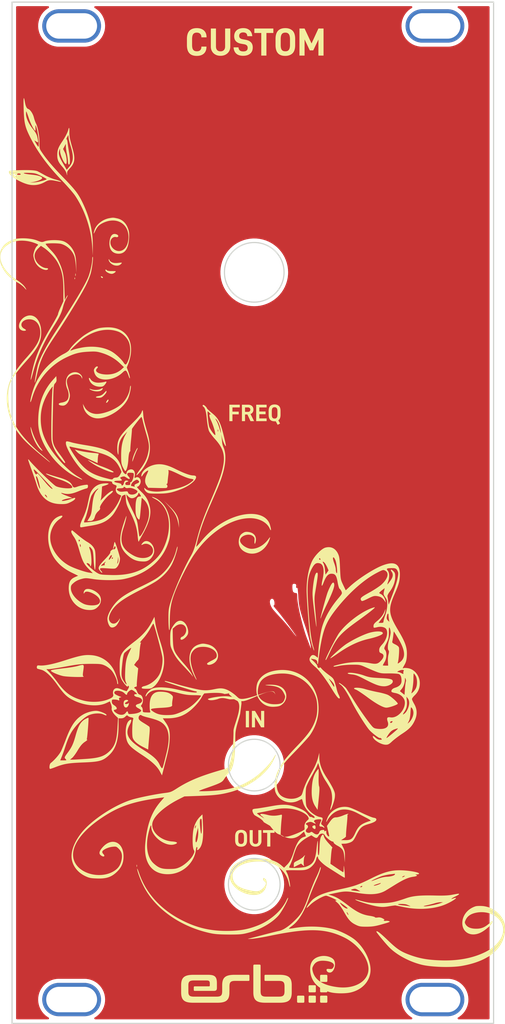
<source format=kicad_pcb>
(kicad_pcb (version 20211014) (generator pcbnew)
  (layers (0 "F.Cu" signal) (31 "B.Cu" signal) (36 "B.SilkS" user "B.Silkscreen") (37 "F.SilkS" user "F.Silkscreen") (38 "B.Mask" user) (39 "F.Mask" user) (44 "Edge.Cuts" user))
  (net 0 "")
  (footprint "Local:Custom.panel" (layer "F.Cu") (at 0 0)
    (fp_text reference "" (at 0 0) (layer "F.SilkS") (effects (font (size 1.27 1.27))))
    (fp_text value "" (at 0 0) (layer "F.SilkS") (effects (font (size 1.27 1.27))))
    (zone (net 0) (net_name "") (layers F&B.Cu) (connect_pads (clearance 0)) (min_thickness 0.254)
      (keepout (tracks not_allowed) (vias not_allowed) (pads not_allowed) (copperpour not_allowed) (footprints not_allowed))
      (fill (thermal_gap 0.508) (thermal_bridge_width 0.508))
      (polygon (pts (xy 32.498275 75.240885) (xy 32.490507 75.255724) (xy 32.483405 75.271128) (xy 32.476963 75.287081) (xy 32.471177 75.303569) (xy 32.466041 75.320577) (xy 32.46155 75.338092) (xy 32.457697 75.356098) (xy 32.454479 75.374581) (xy 32.451889 75.393527) (xy 32.449922 75.41292) (xy 32.448573 75.432746) (xy 32.447837 75.452991) (xy 32.447707 75.473641) (xy 32.44818 75.494679) (xy 32.449248 75.516093) (xy 32.450908 75.537868) (xy 32.453153 75.559988) (xy 32.455979 75.58244) (xy 32.45938 75.605209) (xy 32.46335 75.62828) (xy 32.467884 75.651638) (xy 32.472977 75.67527) (xy 32.478624 75.69916) (xy 32.484819 75.723295) (xy 32.491557 75.747659) (xy 32.498832 75.772238) (xy 32.506639 75.797017) (xy 32.514973 75.821983) (xy 32.523828 75.847119) (xy 32.5332 75.872413) (xy 32.543082 75.897848) (xy 32.553469 75.923412) (xy 32.564356 75.949088) (xy 32.575738 75.974863) (xy 32.587609 76.000722) (xy 32.599964 76.02665) (xy 32.612797 76.052634) (xy 32.626103 76.078657) (xy 32.639878 76.104707) (xy 32.654114 76.130767) (xy 32.668808 76.156825) (xy 32.683954 76.182864) (xy 32.699545 76.208871) (xy 32.715578 76.234831) (xy 32.732046 76.26073) (xy 32.748945 76.286553) (xy 32.766269 76.312285) (xy 32.784012 76.337911) (xy 32.802169 76.363418) (xy 32.820736 76.388791) (xy 32.828427 76.398351) (xy 32.836668 76.408492) (xy 32.845447 76.4192) (xy 32.854755 76.430465) (xy 32.86458 76.442273) (xy 32.874911 76.454612) (xy 32.885738 76.467471) (xy 32.897049 76.480837) (xy 32.908835 76.494698) (xy 32.921083 76.509043) (xy 32.933784 76.523857) (xy 32.946926 76.539131) (xy 32.960499 76.55485) (xy 32.974492 76.571004) (xy 32.988895 76.58758) (xy 33.003695 76.604566) (xy 33.018883 76.62195) (xy 33.034448 76.639719) (xy 33.050378 76.657862) (xy 33.066664 76.676366) (xy 33.083293 76.695219) (xy 33.100257 76.714409) (xy 33.117543 76.733924) (xy 33.135141 76.753751) (xy 33.153039 76.773879) (xy 33.171228 76.794295) (xy 33.189697 76.814988) (xy 33.208434 76.835944) (xy 33.227429 76.857152) (xy 33.246671 76.8786) (xy 33.266149 76.900275) (xy 33.285853 76.922165) (xy 33.305771 76.944259) (xy 33.325893 76.966544) (xy 33.346208 76.989007) (xy 33.366705 77.011637) (xy 33.387374 77.034422) (xy 33.408203 77.057349) (xy 33.429182 77.080406) (xy 33.4503 77.103581) (xy 33.471545 77.126862) (xy 33.492909 77.150237) (xy 33.514379 77.173693) (xy 33.535944 77.197219) (xy 33.557595 77.220802) (xy 33.579319 77.24443) (xy 33.601107 77.26809) (xy 33.622948 77.291772) (xy 33.64483 77.315462) (xy 33.666743 77.339148) (xy 33.688676 77.362819) (xy 33.710618 77.386462) (xy 33.732559 77.410065) (xy 33.754488 77.433615) (xy 33.776393 77.457101) (xy 33.798264 77.48051) (xy 33.820091 77.503831) (xy 33.841862 77.527051) (xy 33.85838 77.544308) (xy 33.875072 77.56182) (xy 33.891931 77.579579) (xy 33.908952 77.597579) (xy 33.926127 77.615812) (xy 33.943452 77.63427) (xy 33.960919 77.652947) (xy 33.978523 77.671835) (xy 33.996257 77.690928) (xy 34.014115 77.710216) (xy 34.032092 77.729695) (xy 34.05018 77.749355) (xy 34.068373 77.76919) (xy 34.086666 77.789193) (xy 34.105052 77.809356) (xy 34.123526 77.829671) (xy 34.14208 77.850133) (xy 34.160708 77.870733) (xy 34.179405 77.891464) (xy 34.198164 77.912319) (xy 34.216979 77.93329) (xy 34.235844 77.954371) (xy 34.254753 77.975554) (xy 34.273699 77.996831) (xy 34.292676 78.018196) (xy 34.311679 78.039641) (xy 34.3307 78.061159) (xy 34.349734 78.082743) (xy 34.368774 78.104385) (xy 34.387815 78.126078) (xy 34.406849 78.147814) (xy 34.425872 78.169587) (xy 34.444876 78.19139) (xy 34.463856 78.213214) (xy 34.482805 78.235053) (xy 34.501717 78.256899) (xy 34.520586 78.278745) (xy 34.539406 78.300584) (xy 34.55817 78.322409) (xy 34.576873 78.344212) (xy 34.595508 78.365986) (xy 34.614069 78.387723) (xy 34.632549 78.409417) (xy 34.650943 78.43106) (xy 34.669245 78.452645) (xy 34.687447 78.474164) (xy 34.705545 78.49561) (xy 34.723531 78.516977) (xy 34.7414 78.538256) (xy 34.759145 78.559441) (xy 34.776761 78.580524) (xy 34.79424 78.601498) (xy 34.811578 78.622355) (xy 34.828767 78.643088) (xy 34.845801 78.663691) (xy 34.862675 78.684155) (xy 34.879381 78.704474) (xy 34.895915 78.72464) (xy 34.912269 78.744646) (xy 34.928437 78.764485) (xy 34.944414 78.784149) (xy 34.960193 78.80363) (xy 34.975768 78.822923) (xy 34.991132 78.842019) (xy 35.00628 78.860912) (xy 35.021206 78.879593) (xy 35.035902 78.898056) (xy 35.050363 78.916293) (xy 35.064583 78.934298) (xy 35.078555 78.952062) (xy 35.092274 78.969579) (xy 35.105733 78.986841) (xy 35.118926 79.003841) (xy 35.131846 79.020572) (xy 35.144489 79.037026) (xy 35.156846 79.053196) (xy 35.168913 79.069075) (xy 35.194284 79.102303) (xy 35.219432 79.135151) (xy 35.244332 79.167589) (xy 35.268959 79.199587) (xy 35.29329 79.231115) (xy 35.3173 79.262143) (xy 35.340965 79.292642) (xy 35.36426 79.322582) (xy 35.387161 79.351932) (xy 35.409645 79.380663) (xy 35.431685 79.408745) (xy 35.453259 79.436148) (xy 35.474342 79.462843) (xy 35.494909 79.488799) (xy 35.514936 79.513986) (xy 35.534399 79.538375) (xy 35.553274 79.561936) (xy 35.571536 79.584638) (xy 35.589161 79.606453) (xy 35.606124 79.62735) (xy 35.622402 79.647299) (xy 35.637969 79.66627) (xy 35.652803 79.684234) (xy 35.666877 79.701161) (xy 35.680169 79.71702) (xy 35.692653 79.731782) (xy 35.704305 79.745418) (xy 35.715102 79.757896) (xy 35.725018 79.769188) (xy 35.734029 79.779263) (xy 35.742112 79.788092) (xy 35.749241 79.795644) (xy 35.755393 79.801891) (xy 35.760543 79.806801) (xy 35.764666 79.810345) (xy 35.767739 79.812494) (xy 35.769737 79.813216) (xy 35.771175 79.812917) (xy 35.772152 79.812022) (xy 35.772675 79.810538) (xy 35.772746 79.808473) (xy 35.772373 79.805831) (xy 35.771558 79.802621) (xy 35.770307 79.798847) (xy 35.768625 79.794517) (xy 35.766516 79.789638) (xy 35.763985 79.784215) (xy 35.761037 79.778255) (xy 35.757677 79.771765) (xy 35.75391 79.76475) (xy 35.749739 79.757219) (xy 35.745171 79.749176) (xy 35.74021 79.740628) (xy 35.73486 79.731583) (xy 35.729126 79.722046) (xy 35.723013 79.712024) (xy 35.716527 79.701523) (xy 35.709671 79.69055) (xy 35.70245 79.679111) (xy 35.694869 79.667213) (xy 35.686934 79.654862) (xy 35.678648 79.642064) (xy 35.670016 79.628827) (xy 35.661044 79.615156) (xy 35.651736 79.601059) (xy 35.642097 79.586541) (xy 35.632131 79.571609) (xy 35.621843 79.556269) (xy 35.611239 79.540529) (xy 35.600322 79.524394) (xy 35.589098 79.50787) (xy 35.577572 79.490965) (xy 35.565747 79.473685) (xy 35.55363 79.456036) (xy 35.541224 79.438025) (xy 35.528534 79.419658) (xy 35.515566 79.400942) (xy 35.502324 79.381883) (xy 35.488813 79.362487) (xy 35.475037 79.342762) (xy 35.461001 79.322713) (xy 35.446711 79.302347) (xy 35.43217 79.281671) (xy 35.417384 79.260691) (xy 35.402358 79.239413) (xy 35.387095 79.217844) (xy 35.371602 79.195991) (xy 35.355882 79.173859) (xy 35.339941 79.151455) (xy 35.323782 79.128787) (xy 35.307412 79.105859) (xy 35.290835 79.08268) (xy 35.274055 79.059254) (xy 35.257078 79.035589) (xy 35.239907 79.011692) (xy 35.222548 78.987568) (xy 35.205006 78.963223) (xy 35.187286 78.938666) (xy 35.169391 78.913901) (xy 35.151328 78.888936) (xy 35.1331 78.863777) (xy 35.114712 78.838431) (xy 35.09617 78.812903) (xy 35.077478 78.7872) (xy 35.05864 78.761329) (xy 35.039663 78.735297) (xy 35.020549 78.709109) (xy 35.001304 78.682773) (xy 34.981934 78.656294) (xy 34.962441 78.62968) (xy 34.942833 78.602936) (xy 34.923112 78.576069) (xy 34.903284 78.549085) (xy 34.883354 78.521992) (xy 34.863327 78.494795) (xy 34.843206 78.467502) (xy 34.822998 78.440117) (xy 34.802706 78.412649) (xy 34.782336 78.385103) (xy 34.761892 78.357485) (xy 34.74138 78.329803) (xy 34.720803 78.302063) (xy 34.700166 78.274271) (xy 34.679475 78.246434) (xy 34.658735 78.218558) (xy 34.637949 78.19065) (xy 34.617123 78.162715) (xy 34.596261 78.134762) (xy 34.575368 78.106795) (xy 34.55445 78.078822) (xy 34.53351 78.050849) (xy 34.512553 78.022882) (xy 34.491585 77.994929) (xy 34.47061 77.966994) (xy 34.449633 77.939086) (xy 34.428659 77.91121) (xy 34.407691 77.883373) (xy 34.386736 77.855581) (xy 34.365798 77.827841) (xy 34.344882 77.800159) (xy 34.323991 77.772541) (xy 34.303133 77.744995) (xy 34.28231 77.717527) (xy 34.261528 77.690142) (xy 34.240791 77.662848) (xy 34.220105 77.635651) (xy 34.199473 77.608558) (xy 34.178902 77.581575) (xy 34.158395 77.554708) (xy 34.137957 77.527964) (xy 34.117594 77.501349) (xy 34.097309 77.47487) (xy 34.077109 77.448534) (xy 34.056996 77.422346) (xy 34.036977 77.396313) (xy 34.017056 77.370443) (xy 33.997237 77.34474) (xy 33.977526 77.319212) (xy 33.957927 77.293865) (xy 33.938446 77.268706) (xy 33.919086 77.243741) (xy 33.899853 77.218976) (xy 33.880751 77.194418) (xy 33.861785 77.170074) (xy 33.84296 77.14595) (xy 33.824281 77.122052) (xy 33.805752 77.098387) (xy 33.787378 77.074962) (xy 33.769164 77.051782) (xy 33.751115 77.028854) (xy 33.733236 77.006185) (xy 33.715531 76.983782) (xy 33.698005 76.96165) (xy 33.680662 76.939796) (xy 33.663509 76.918227) (xy 33.646548 76.896949) (xy 33.629786 76.875969) (xy 33.613226 76.855292) (xy 33.596875 76.834926) (xy 33.580735 76.814877) (xy 33.564813 76.795152) (xy 33.549113 76.775756) (xy 33.53364 76.756697) (xy 33.518398 76.73798) (xy 33.503392 76.719613) (xy 33.488627 76.701602) (xy 33.474108 76.683953) (xy 33.45984 76.666672) (xy 33.445827 76.649767) (xy 33.432074 76.633243) (xy 33.418586 76.617108) (xy 33.405368 76.601367) (xy 33.392424 76.586027) (xy 33.379759 76.571095) (xy 33.367379 76.556577) (xy 33.355287 76.542479) (xy 33.343488 76.528808) (xy 33.331988 76.515571) (xy 33.300702 76.479444) (xy 33.270186 76.444002) (xy 33.240439 76.409244) (xy 33.21146 76.375166) (xy 33.183248 76.34177) (xy 33.155804 76.309053) (xy 33.129126 76.277014) (xy 33.103213 76.245652) (xy 33.078067 76.214966) (xy 33.053685 76.184954) (xy 33.030067 76.155615) (xy 33.007213 76.126949) (xy 32.985122 76.098953) (xy 32.963793 76.071627) (xy 32.943227 76.044969) (xy 32.923422 76.018979) (xy 32.904377 75.993654) (xy 32.886093 75.968994) (xy 32.868569 75.944998) (xy 32.851804 75.921663) (xy 32.835797 75.89899) (xy 32.820549 75.876977) (xy 32.806058 75.855622) (xy 32.792323 75.834924) (xy 32.779345 75.814883) (xy 32.767123 75.795496) (xy 32.755656 75.776764) (xy 32.744944 75.758683) (xy 32.734985 75.741254) (xy 32.72578 75.724475) (xy 32.717329 75.708345) (xy 32.709629 75.692862) (xy 32.702681 75.678025) (xy 32.696485 75.663834) (xy 32.691039 75.650287) (xy 32.686343 75.637382) (xy 32.682397 75.625118) (xy 32.679199 75.613495) (xy 32.67675 75.602511) (xy 32.675049 75.592165) (xy 32.674096 75.582455) (xy 32.673889 75.57338) (xy 32.674428 75.56494) (xy 32.675712 75.557132) (xy 32.677742 75.549956) (xy 32.680516 75.543411) (xy 32.684034 75.537494) (xy 32.688295 75.532206) (xy 32.693299 75.527544) (xy 32.699046 75.523508) (xy 32.705534 75.520096) (xy 32.712763 75.517308) (xy 32.720732 75.515141) (xy 32.729441 75.513594) (xy 32.73889 75.512668) (xy 32.749078 75.512359) (xy 32.762289 75.514526) (xy 32.776935 75.520811) (xy 32.792742 75.530893) (xy 32.809438 75.544446) (xy 32.826749 75.561149) (xy 32.844402 75.580679) (xy 32.862122 75.602712) (xy 32.879638 75.626926) (xy 32.896676 75.652997) (xy 32.912962 75.680602) (xy 32.928223 75.709418) (xy 32.942423 75.740429) (xy 32.955216 75.767744) (xy 32.966674 75.791316) (xy 32.976868 75.811098) (xy 32.985871 75.827044) (xy 32.993756 75.839107) (xy 33.000595 75.84724) (xy 33.006459 75.851396) (xy 33.011422 75.851529) (xy 33.015555 75.847591) (xy 33.018932 75.839536) (xy 33.021623 75.827317) (xy 33.023702 75.810888) (xy 33.025241 75.790201) (xy 33.026312 75.76521) (xy 33.026988 75.735868) (xy 33.02734 75.702128) (xy 33.027441 75.663943) (xy 33.027991 75.634654) (xy 33.027781 75.605921) (xy 33.026833 75.577761) (xy 33.025168 75.550189) (xy 33.022805 75.523221) (xy 33.019767 75.496871) (xy 33.016074 75.471155) (xy 33.011746 75.446089) (xy 33.006805 75.421688) (xy 33.001272 75.397968) (xy 32.995166 75.374944) (xy 32.98851 75.352631) (xy 32.981324 75.331045) (xy 32.973628 75.310201) (xy 32.965444 75.290116) (xy 32.956793 75.270803) (xy 32.947694 75.252279) (xy 32.93817 75.234559) (xy 32.92824 75.217658) (xy 32.917926 75.201593) (xy 32.907249 75.186377) (xy 32.896229 75.172028) (xy 32.884887 75.15856) (xy 32.873244 75.145989) (xy 32.861321 75.134329) (xy 32.849139 75.123598) (xy 32.836718 75.113809) (xy 32.824079 75.104979) (xy 32.811243 75.097123) (xy 32.798232 75.090256) (xy 32.785065 75.084394) (xy 32.771764 75.079552) (xy 32.758349 75.075745) (xy 32.744841 75.07299) (xy 32.731262 75.071302) (xy 32.717631 75.070695) (xy 32.70397 75.071186) (xy 32.6903 75.072789) (xy 32.676641 75.075521) (xy 32.663015 75.079397) (xy 32.649441 75.084432) (xy 32.635941 75.090641) (xy 32.622536 75.098041) (xy 32.609246 75.106646) (xy 32.596093 75.116472) (xy 32.583097 75.127534) (xy 32.570279 75.139848) (xy 32.55766 75.153429) (xy 32.54526 75.168293) (xy 32.533101 75.184456) (xy 32.521203 75.201931) (xy 32.509588 75.220736)))
    )
    (zone (net 0) (net_name "") (layers F&B.Cu) (connect_pads (clearance 0)) (min_thickness 0.254)
      (keepout (tracks not_allowed) (vias not_allowed) (pads not_allowed) (copperpour not_allowed) (footprints not_allowed))
      (fill (thermal_gap 0.508) (thermal_bridge_width 0.508))
      (polygon (pts (xy 35.338411 73.233084) (xy 35.331028 73.241776) (xy 35.32414 73.25252) (xy 35.31774 73.265215) (xy 35.311824 73.279762) (xy 35.306386 73.29606) (xy 35.30142 73.314007) (xy 35.29692 73.333505) (xy 35.292882 73.354451) (xy 35.289299 73.376747) (xy 35.286166 73.40029) (xy 35.283477 73.424981) (xy 35.281228 73.45072) (xy 35.279411 73.477405) (xy 35.278022 73.504936) (xy 35.277055 73.533213) (xy 35.276505 73.562136) (xy 35.276365 73.591603) (xy 35.276631 73.621514) (xy 35.277297 73.651769) (xy 35.278357 73.682267) (xy 35.279805 73.712908) (xy 35.281636 73.743591) (xy 35.283845 73.774216) (xy 35.286426 73.804682) (xy 35.289373 73.834889) (xy 35.292681 73.864736) (xy 35.296344 73.894122) (xy 35.300357 73.922949) (xy 35.304713 73.951113) (xy 35.309408 73.978516) (xy 35.314436 74.005057) (xy 35.319791 74.030635) (xy 35.325468 74.05515) (xy 35.331461 74.078501) (xy 35.337764 74.100588) (xy 35.344373 74.12131) (xy 35.351281 74.140567) (xy 35.358482 74.158259) (xy 35.365972 74.174284) (xy 35.377775 74.192066) (xy 35.391567 74.209499) (xy 35.40717 74.226451) (xy 35.424404 74.242793) (xy 35.443091 74.258395) (xy 35.463052 74.273128) (xy 35.484108 74.286861) (xy 35.506081 74.299465) (xy 35.52879 74.310809) (xy 35.552058 74.320764) (xy 35.575706 74.329201) (xy 35.599555 74.335989) (xy 35.623426 74.340998) (xy 35.64714 74.344098) (xy 35.670519 74.345161) (xy 35.690954 74.345317) (xy 35.710066 74.345863) (xy 35.7279 74.346913) (xy 35.744503 74.348584) (xy 35.759922 74.350989) (xy 35.774203 74.354246) (xy 35.787393 74.358467) (xy 35.79954 74.36377) (xy 35.810689 74.370269) (xy 35.820887 74.37808) (xy 35.830182 74.387317) (xy 35.838619 74.398097) (xy 35.846246 74.410533) (xy 35.853109 74.424742) (xy 35.859254 74.440839) (xy 35.86473 74.458939) (xy 35.869581 74.479157) (xy 35.873856 74.501609) (xy 35.8776 74.52641) (xy 35.88086 74.553674) (xy 35.883684 74.583518) (xy 35.886117 74.616057) (xy 35.888207 74.651405) (xy 35.89 74.689678) (xy 35.891543 74.730992) (xy 35.892883 74.775461) (xy 35.894066 74.823201) (xy 35.895139 74.874327) (xy 35.895327 74.888549) (xy 35.895609 74.903036) (xy 35.895985 74.917785) (xy 35.896454 74.932796) (xy 35.897016 74.948064) (xy 35.89767 74.963589) (xy 35.898416 74.979368) (xy 35.899252 74.995398) (xy 35.90018 75.011677) (xy 35.901197 75.028204) (xy 35.902304 75.044975) (xy 35.903499 75.061988) (xy 35.904783 75.079242) (xy 35.906155 75.096733) (xy 35.907613 75.11446) (xy 35.909159 75.13242) (xy 35.910791 75.150611) (xy 35.912508 75.169031) (xy 35.91431 75.187678) (xy 35.916197 75.206548) (xy 35.918168 75.22564) (xy 35.920222 75.244952) (xy 35.922359 75.264481) (xy 35.924578 75.284226) (xy 35.926879 75.304182) (xy 35.929262 75.32435) (xy 35.931725 75.344725) (xy 35.934268 75.365307) (xy 35.936891 75.386092) (xy 35.939592 75.407078) (xy 35.942373 75.428263) (xy 35.945231 75.449645) (xy 35.948166 75.471221) (xy 35.951179 75.49299) (xy 35.954267 75.514948) (xy 35.957432 75.537095) (xy 35.960672 75.559426) (xy 35.963986 75.58194) (xy 35.967374 75.604636) (xy 35.970836 75.627509) (xy 35.974371 75.650559) (xy 35.977979 75.673783) (xy 35.981658 75.697178) (xy 35.985409 75.720743) (xy 35.989231 75.744475) (xy 35.993123 75.768371) (xy 35.997084 75.79243) (xy 36.001115 75.816649) (xy 36.005215 75.841027) (xy 36.009382 75.865559) (xy 36.013618 75.890245) (xy 36.01792 75.915083) (xy 36.022288 75.940069) (xy 36.026723 75.965201) (xy 36.031223 75.990478) (xy 36.035788 76.015896) (xy 36.040417 76.041455) (xy 36.045109 76.06715) (xy 36.049865 76.092981) (xy 36.054684 76.118945) (xy 36.059564 76.145039) (xy 36.064506 76.171261) (xy 36.06951 76.19761) (xy 36.074573 76.224081) (xy 36.079697 76.250675) (xy 36.08488 76.277387) (xy 36.090121 76.304217) (xy 36.095421 76.33116) (xy 36.100779 76.358216) (xy 36.106194 76.385383) (xy 36.111665 76.412656) (xy 36.117192 76.440035) (xy 36.122775 76.467518) (xy 36.128413 76.495101) (xy 36.134106 76.522782) (xy 36.139852 76.55056) (xy 36.145652 76.578432) (xy 36.151504 76.606396) (xy 36.157409 76.634449) (xy 36.163365 76.662589) (xy 36.169373 76.690814) (xy 36.175431 76.719122) (xy 36.181539 76.74751) (xy 36.187697 76.775976) (xy 36.193904 76.804517) (xy 36.200159 76.833133) (xy 36.206462 76.861819) (xy 36.212812 76.890574) (xy 36.219209 76.919396) (xy 36.225652 76.948282) (xy 36.232141 76.97723) (xy 36.238675 77.006238) (xy 36.245254 77.035303) (xy 36.251877 77.064423) (xy 36.258543 77.093597) (xy 36.265252 77.122821) (xy 36.272004 77.152093) (xy 36.278797 77.181411) (xy 36.285632 77.210773) (xy 36.292508 77.240177) (xy 36.299423 77.269619) (xy 36.306379 77.299099) (xy 36.313373 77.328613) (xy 36.320407 77.35816) (xy 36.327478 77.387737) (xy 36.334586 77.417341) (xy 36.341732 77.446971) (xy 36.348914 77.476624) (xy 36.356132 77.506298) (xy 36.363385 77.535991) (xy 36.370673 77.5657) (xy 36.377995 77.595423) (xy 36.385351 77.625158) (xy 36.39274 77.654903) (xy 36.400161 77.684654) (xy 36.407614 77.714411) (xy 36.415099 77.74417) (xy 36.422615 77.77393) (xy 36.430161 77.803688) (xy 36.437737 77.833441) (xy 36.445343 77.863188) (xy 36.452977 77.892927) (xy 36.460639 77.922654) (xy 36.468329 77.952368) (xy 36.476046 77.982067) (xy 36.48379 78.011747) (xy 36.491559 78.041407) (xy 36.499354 78.071045) (xy 36.507174 78.100658) (xy 36.515018 78.130245) (xy 36.522887 78.159801) (xy 36.530778 78.189327) (xy 36.538692 78.218818) (xy 36.546628 78.248273) (xy 36.554586 78.27769) (xy 36.562565 78.307066) (xy 36.570565 78.336399) (xy 36.578584 78.365687) (xy 36.586623 78.394927) (xy 36.594681 78.424118) (xy 36.602757 78.453256) (xy 36.610851 78.48234) (xy 36.618963 78.511367) (xy 36.627091 78.540335) (xy 36.635235 78.569242) (xy 36.643395 78.598085) (xy 36.651569 78.626862) (xy 36.659759 78.655572) (xy 36.667962 78.684211) (xy 36.676179 78.712777) (xy 36.684409 78.741268) (xy 36.692651 78.769682) (xy 36.700904 78.798017) (xy 36.709169 78.826269) (xy 36.717445 78.854438) (xy 36.725731 78.88252) (xy 36.734027 78.910514) (xy 36.742331 78.938416) (xy 36.750644 78.966226) (xy 36.758965 78.993939) (xy 36.767294 79.021555) (xy 36.775629 79.049071) (xy 36.783971 79.076485) (xy 36.792318 79.103794) (xy 36.800671 79.130996) (xy 36.809028 79.158089) (xy 36.817389 79.18507) (xy 36.825754 79.211937) (xy 36.834122 79.238689) (xy 36.842493 79.265322) (xy 36.850866 79.291834) (xy 36.85924 79.318224) (xy 36.867614 79.344488) (xy 36.875989 79.370625) (xy 36.884364 79.396632) (xy 36.892738 79.422507) (xy 36.901111 79.448248) (xy 36.909482 79.473852) (xy 36.917851 79.499317) (xy 36.926216 79.524641) (xy 36.934578 79.549822) (xy 36.942936 79.574856) (xy 36.951289 79.599743) (xy 36.959637 79.62448) (xy 36.96798 79.649063) (xy 36.976316 79.673492) (xy 36.984645 79.697764) (xy 36.992967 79.721877) (xy 37.001282 79.745827) (xy 37.009587 79.769614) (xy 37.017884 79.793234) (xy 37.026171 79.816686) (xy 37.034448 79.839967) (xy 37.042715 79.863075) (xy 37.05097 79.886007) (xy 37.059214 79.908761) (xy 37.067445 79.931336) (xy 37.075664 79.953728) (xy 37.083869 79.975936) (xy 37.09206 79.997957) (xy 37.100237 80.019789) (xy 37.108399 80.041429) (xy 37.116545 80.062876) (xy 37.124675 80.084126) (xy 37.132789 80.105179) (xy 37.140885 80.126031) (xy 37.154292 80.159648) (xy 37.167634 80.193209) (xy 37.180901 80.226687) (xy 37.194084 80.260056) (xy 37.207175 80.293288) (xy 37.220162 80.326359) (xy 37.233038 80.35924) (xy 37.245792 80.391906) (xy 37.258416 80.42433) (xy 37.270899 80.456486) (xy 37.283232 80.488347) (xy 37.295407 80.519887) (xy 37.307413 80.551078) (xy 37.319241 80.581896) (xy 37.330881 80.612312) (xy 37.342325 80.642301) (xy 37.353563 80.671837) (xy 37.364585 80.700891) (xy 37.375383 80.729439) (xy 37.385945 80.757454) (xy 37.396264 80.784909) (xy 37.40633 80.811777) (xy 37.416133 80.838033) (xy 37.425664 80.863649) (xy 37.434914 80.888599) (xy 37.443872 80.912857) (xy 37.452531 80.936396) (xy 37.460879 80.95919) (xy 37.468909 80.981212) (xy 37.476609 81.002436) (xy 37.483972 81.022834) (xy 37.490988 81.042382) (xy 37.497647 81.061051) (xy 37.503939 81.078817) (xy 37.509856 81.095651) (xy 37.515388 81.111528) (xy 37.520525 81.126421) (xy 37.525258 81.140304) (xy 37.529579 81.15315) (xy 37.533476 81.164933) (xy 37.536941 81.175626) (xy 37.539965 81.185202) (xy 37.542538 81.193636) (xy 37.544651 81.200901) (xy 37.551936 81.234898) (xy 37.558475 81.263643) (xy 37.564321 81.287116) (xy 37.569528 81.305294) (xy 37.57415 81.318157) (xy 37.578242 81.325683) (xy 37.581858 81.327852) (xy 37.585052 81.324643) (xy 37.587878 81.316034) (xy 37.590391 81.302004) (xy 37.592645 81.282532) (xy 37.594694 81.257597) (xy 37.596592 81.227178) (xy 37.598394 81.191255) (xy 37.598768 81.183801) (xy 37.598963 81.175841) (xy 37.59898 81.16738) (xy 37.598822 81.158424) (xy 37.59849 81.148977) (xy 37.597984 81.139045) (xy 37.597307 81.128633) (xy 37.59646 81.117746) (xy 37.595445 81.10639) (xy 37.594262 81.094569) (xy 37.592913 81.082289) (xy 37.5914 81.069555) (xy 37.589724 81.056372) (xy 37.587886 81.042746) (xy 37.585888 81.028681) (xy 37.583731 81.014183) (xy 37.581417 80.999256) (xy 37.578947 80.983908) (xy 37.576323 80.968141) (xy 37.573545 80.951962) (xy 37.570616 80.935376) (xy 37.567537 80.918388) (xy 37.564309 80.901003) (xy 37.560933 80.883226) (xy 37.557412 80.865063) (xy 37.553746 80.846519) (xy 37.549937 80.827599) (xy 37.545986 80.808308) (xy 37.541894 80.788652) (xy 37.537664 80.768635) (xy 37.533297 80.748263) (xy 37.528793 80.727541) (xy 37.524155 80.706474) (xy 37.519384 80.685068) (xy 37.514481 80.663327) (xy 37.509447 80.641257) (xy 37.504285 80.618863) (xy 37.498995 80.596151) (xy 37.493579 80.573125) (xy 37.488039 80.54979) (xy 37.482375 80.526152) (xy 37.476589 80.502217) (xy 37.470683 80.477988) (xy 37.464658 80.453472) (xy 37.458515 80.428674) (xy 37.452256 80.403598) (xy 37.445882 80.378251) (xy 37.439395 80.352636) (xy 37.432797 80.326761) (xy 37.426087 80.300628) (xy 37.419269 80.274245) (xy 37.412343 80.247616) (xy 37.405311 80.220746) (xy 37.398174 80.193641) (xy 37.390933 80.166305) (xy 37.383591 80.138744) (xy 37.376148 80.110963) (xy 37.368606 80.082967) (xy 37.360966 80.054762) (xy 37.35323 80.026352) (xy 37.3454 79.997744) (xy 37.337475 79.968941) (xy 37.329459 79.93995) (xy 37.321352 79.910775) (xy 37.313156 79.881422) (xy 37.304872 79.851896) (xy 37.296502 79.822201) (xy 37.288047 79.792345) (xy 37.279508 79.76233) (xy 37.270888 79.732163) (xy 37.262186 79.70185) (xy 37.253406 79.671394) (xy 37.244547 79.640801) (xy 37.235612 79.610077) (xy 37.226602 79.579227) (xy 37.217519 79.548256) (xy 37.208364 79.517169) (xy 37.199137 79.485971) (xy 37.189842 79.454667) (xy 37.180478 79.423263) (xy 37.171048 79.391765) (xy 37.161553 79.360176) (xy 37.151995 79.328502) (xy 37.142374 79.296749) (xy 37.132692 79.264922) (xy 37.122951 79.233026) (xy 37.113152 79.201066) (xy 37.103297 79.169047) (xy 37.093386 79.136975) (xy 37.083422 79.104854) (xy 37.073406 79.07269) (xy 37.063338 79.040489) (xy 37.053221 79.008254) (xy 37.043056 78.975993) (xy 37.032845 78.943709) (xy 37.022588 78.911408) (xy 37.012288 78.879095) (xy 37.001945 78.846775) (xy 36.991562 78.814454) (xy 36.981139 78.782137) (xy 36.970678 78.749829) (xy 36.96018 78.717534) (xy 36.949647 78.68526) (xy 36.93908 78.653009) (xy 36.928481 78.620789) (xy 36.91785 78.588603) (xy 36.90719 78.556458) (xy 36.896502 78.524357) (xy 36.885788 78.492308) (xy 36.875048 78.460314) (xy 36.864284 78.428381) (xy 36.853498 78.396515) (xy 36.84269 78.364719) (xy 36.831863 78.333001) (xy 36.821018 78.301364) (xy 36.810156 78.269814) (xy 36.797282 78.232295) (xy 36.78455 78.195117) (xy 36.77196 78.158276) (xy 36.759511 78.121767) (xy 36.747201 78.085589) (xy 36.73503 78.049735) (xy 36.722998 78.014204) (xy 36.711102 77.978992) (xy 36.699344 77.944094) (xy 36.68772 77.909507) (xy 36.676232 77.875228) (xy 36.664878 77.841252) (xy 36.653656 77.807577) (xy 36.642568 77.774198) (xy 36.63161 77.741111) (xy 36.620783 77.708314) (xy 36.610086 77.675802) (xy 36.599518 77.643572) (xy 36.589078 77.611621) (xy 36.578766 77.579943) (xy 36.568579 77.548537) (xy 36.558519 77.517397) (xy 36.548583 77.486521) (xy 36.538771 77.455905) (xy 36.529082 77.425545) (xy 36.519516 77.395438) (xy 36.510071 77.365579) (xy 36.500746 77.335966) (xy 36.491541 77.306594) (xy 36.482456 77.27746) (xy 36.473488 77.24856) (xy 36.464638 77.21989) (xy 36.455904 77.191448) (xy 36.447285 77.163228) (xy 36.438781 77.135228) (xy 36.430392 77.107444) (xy 36.422115 77.079872) (xy 36.41395 77.052509) (xy 36.405897 77.025351) (xy 36.397955 76.998394) (xy 36.390122 76.971634) (xy 36.382398 76.945068) (xy 36.374782 76.918693) (xy 36.367274 76.892504) (xy 36.359872 76.866498) (xy 36.352575 76.840671) (xy 36.345383 76.81502) (xy 36.338295 76.78954) (xy 36.33131 76.764229) (xy 36.324427 76.739083) (xy 36.317645 76.714097) (xy 36.310965 76.689269) (xy 36.304383 76.664594) (xy 36.297901 76.640069) (xy 36.291517 76.615691) (xy 36.285229 76.591455) (xy 36.279039 76.567358) (xy 36.272943 76.543397) (xy 36.266943 76.519567) (xy 36.261036 76.495865) (xy 36.255222 76.472287) (xy 36.249501 76.44883) (xy 36.24387 76.42549) (xy 36.238331 76.402263) (xy 36.232881 76.379146) (xy 36.227519 76.356135) (xy 36.222246 76.333226) (xy 36.21706 76.310416) (xy 36.21196 76.287701) (xy 36.206946 76.265077) (xy 36.202016 76.242541) (xy 36.19717 76.220088) (xy 36.192408 76.197717) (xy 36.187727 76.175422) (xy 36.183127 76.1532) (xy 36.178608 76.131047) (xy 36.174169 76.10896) (xy 36.169809 76.086935) (xy 36.165526 76.064968) (xy 36.161321 76.043057) (xy 36.157191 76.021196) (xy 36.153138 75.999382) (xy 36.149159 75.977613) (xy 36.145253 75.955883) (xy 36.141421 75.93419) (xy 36.137661 75.912529) (xy 36.133972 75.890898) (xy 36.130353 75.869292) (xy 36.126804 75.847708) (xy 36.123324 75.826142) (xy 36.119912 75.80459) (xy 36.116567 75.783049) (xy 36.113288 75.761515) (xy 36.110074 75.739985) (xy 36.106925 75.718454) (xy 36.10384 75.69692) (xy 36.100818 75.675378) (xy 36.097858 75.653824) (xy 36.094959 75.632256) (xy 36.09212 75.61067) (xy 36.089342 75.589061) (xy 36.086621 75.567426) (xy 36.083959 75.545762) (xy 36.081354 75.524064) (xy 36.078805 75.50233) (xy 36.076311 75.480555) (xy 36.073872 75.458736) (xy 36.071487 75.43687) (xy 36.069154 75.414951) (xy 36.066874 75.392978) (xy 36.064644 75.370946) (xy 36.062465 75.348851) (xy 36.060336 75.32669) (xy 36.058255 75.304459) (xy 36.056223 75.282155) (xy 36.054237 75.259774) (xy 36.052297 75.237312) (xy 36.050403 75.214765) (xy 36.048553 75.192131) (xy 36.046747 75.169404) (xy 36.044984 75.146582) (xy 36.043263 75.123661) (xy 36.041583 75.100637) (xy 36.039943 75.077507) (xy 36.038343 75.054267) (xy 36.036782 75.030913) (xy 36.035258 75.007441) (xy 36.033771 74.983849) (xy 36.032321 74.960131) (xy 36.030906 74.936286) (xy 36.029525 74.912308) (xy 36.028178 74.888194) (xy 36.026864 74.863941) (xy 36.025582 74.839545) (xy 36.024331 74.815003) (xy 36.02311 74.790309) (xy 36.021918 74.765462) (xy 36.019856 74.723696) (xy 36.017704 74.682312) (xy 36.015469 74.641343) (xy 36.013154 74.600822) (xy 36.010764 74.560782) (xy 36.008305 74.521255) (xy 36.00578 74.482274) (xy 36.003194 74.443873) (xy 36.000552 74.406084) (xy 35.997859 74.368941) (xy 35.995119 74.332475) (xy 35.992337 74.29672) (xy 35.989518 74.261708) (xy 35.986667 74.227473) (xy 35.983787 74.194048) (xy 35.980884 74.161465) (xy 35.977962 74.129757) (xy 35.975027 74.098957) (xy 35.972082 74.069097) (xy 35.969133 74.040212) (xy 35.966184 74.012333) (xy 35.96324 73.985494) (xy 35.960305 73.959727) (xy 35.957384 73.935066) (xy 35.954482 73.911542) (xy 35.951604 73.88919) (xy 35.948754 73.868041) (xy 35.945936 73.84813) (xy 35.943157 73.829487) (xy 35.940419 73.812148) (xy 35.937728 73.796143) (xy 35.935089 73.781507) (xy 35.932507 73.768272) (xy 35.929985 73.756471) (xy 35.927529 73.746137) (xy 35.925143 73.737302) (xy 35.922832 73.73) (xy 35.920601 73.724264) (xy 35.918454 73.720125) (xy 35.916396 73.717618) (xy 35.914432 73.716775) (xy 35.900893 73.718692) (xy 35.884519 73.724148) (xy 35.865843 73.732699) (xy 35.845397 73.743905) (xy 35.823715 73.757322) (xy 35.80133 73.772509) (xy 35.778775 73.789023) (xy 35.756583 73.806421) (xy 35.735286 73.824262) (xy 35.712207 73.845075) (xy 35.692534 73.861703) (xy 35.676199 73.87412) (xy 35.663134 73.882299) (xy 35.653272 73.886214) (xy 35.646545 73.885839) (xy 35.642885 73.881148) (xy 35.642225 73.872113) (xy 35.644496 73.858709) (xy 35.649631 73.840909) (xy 35.657562 73.818687) (xy 35.668222 73.792017) (xy 35.681543 73.760873) (xy 35.694905 73.726174) (xy 35.707052 73.692504) (xy 35.717988 73.659869) (xy 35.727719 73.628276) (xy 35.736248 73.597731) (xy 35.743581 73.568241) (xy 35.74972 73.539812) (xy 35.754672 73.512451) (xy 35.758439 73.486164) (xy 35.761027 73.460957) (xy 35.76244 73.436837) (xy 35.762683 73.41381) (xy 35.761759 73.391883) (xy 35.759673 73.371063) (xy 35.75643 73.351355) (xy 35.752035 73.332766) (xy 35.74649 73.315302) (xy 35.739801 73.298971) (xy 35.731973 73.283778) (xy 35.723009 73.269729) (xy 35.712914 73.256832) (xy 35.701693 73.245093) (xy 35.689349 73.234518) (xy 35.675888 73.225114) (xy 35.661314 73.216887) (xy 35.64563 73.209843) (xy 35.628842 73.203989) (xy 35.610954 73.199331) (xy 35.59197 73.195877) (xy 35.562024 73.192209) (xy 35.532525 73.190174) (xy 35.503784 73.189699) (xy 35.476112 73.190708) (xy 35.449818 73.193128) (xy 35.425214 73.196883) (xy 35.402611 73.201899) (xy 35.382318 73.208102) (xy 35.364647 73.215417) (xy 35.349908 73.223769)))
    )
  )
  (footprint "Local:_MountingHole" (layer "F.Cu") (at 7.5 3)
    (fp_text reference "" (at 0 0) (layer "F.SilkS") (effects (font (size 1.27 1.27))))
    (fp_text value "" (at 0 0) (layer "F.SilkS") (effects (font (size 1.27 1.27))))
    (pad "" thru_hole oval locked (at 0 0) (size 7.4 4.2) (drill oval 6.4 3.2) (layers *.Cu *.Mask))
  )
  (footprint "Local:_MountingHole" (layer "F.Cu") (at 7.5 125.5)
    (fp_text reference "" (at 0 0) (layer "F.SilkS") (effects (font (size 1.27 1.27))))
    (fp_text value "" (at 0 0) (layer "F.SilkS") (effects (font (size 1.27 1.27))))
    (pad "" thru_hole oval locked (at 0 0) (size 7.4 4.2) (drill oval 6.4 3.2) (layers *.Cu *.Mask))
  )
  (footprint "Local:_MountingHole" (layer "F.Cu") (at 53.22 3)
    (fp_text reference "" (at 0 0) (layer "F.SilkS") (effects (font (size 1.27 1.27))))
    (fp_text value "" (at 0 0) (layer "F.SilkS") (effects (font (size 1.27 1.27))))
    (pad "" thru_hole oval locked (at 0 0) (size 7.4 4.2) (drill oval 6.4 3.2) (layers *.Cu *.Mask))
  )
  (footprint "Local:_MountingHole" (layer "F.Cu") (at 53.22 125.5)
    (fp_text reference "" (at 0 0) (layer "F.SilkS") (effects (font (size 1.27 1.27))))
    (fp_text value "" (at 0 0) (layer "F.SilkS") (effects (font (size 1.27 1.27))))
    (pad "" thru_hole oval locked (at 0 0) (size 7.4 4.2) (drill oval 6.4 3.2) (layers *.Cu *.Mask))
  )
  (gr_line (start 0 0) (end 60.6 0) (layer "Edge.Cuts") (width 0.15))
  (gr_circle (center 30.48 34) (end 34.23 34) (layer "Edge.Cuts") (width 0.15) (fill none))
  (gr_line (start 60.6 0) (end 60.6 128.5) (layer "Edge.Cuts") (width 0.15))
  (gr_line (start 60.6 128.5) (end 0 128.5) (layer "Edge.Cuts") (width 0.15))
  (gr_line (start 0 128.5) (end 0 0) (layer "Edge.Cuts") (width 0.15))
  (gr_circle (center 30.48 96) (end 33.73 96) (layer "Edge.Cuts") (width 0.15) (fill none))
  (gr_circle (center 30.48 111) (end 33.73 111) (layer "Edge.Cuts") (width 0.15) (fill none))
  (zone (net 0) (net_name "") (layer "F.Cu") (connect_pads (clearance 0.508)) (min_thickness 0.254) (fill yes (thermal_gap 0.508) (thermal_bridge_width 0.508))
    (polygon (pts (xy 0 0) (xy 60.6 0) (xy 60.6 128.5) (xy 0 128.5)))
  )
)
</source>
